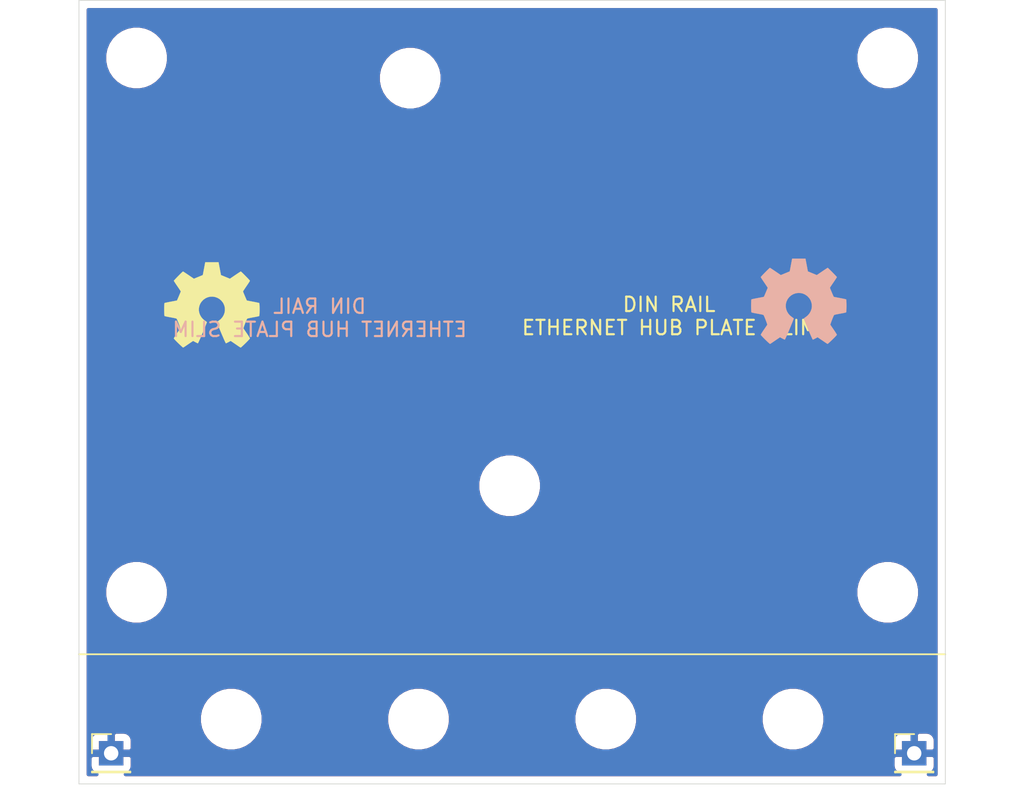
<source format=kicad_pcb>
(kicad_pcb (version 20171130) (host pcbnew 5.1.5+dfsg1-2build2)

  (general
    (thickness 1.6)
    (drawings 7)
    (tracks 0)
    (zones 0)
    (modules 14)
    (nets 2)
  )

  (page A4)
  (layers
    (0 F.Cu signal)
    (31 B.Cu signal)
    (32 B.Adhes user)
    (33 F.Adhes user)
    (34 B.Paste user)
    (35 F.Paste user)
    (36 B.SilkS user)
    (37 F.SilkS user)
    (38 B.Mask user)
    (39 F.Mask user)
    (40 Dwgs.User user)
    (41 Cmts.User user)
    (42 Eco1.User user)
    (43 Eco2.User user)
    (44 Edge.Cuts user)
    (45 Margin user)
    (46 B.CrtYd user)
    (47 F.CrtYd user)
    (48 B.Fab user)
    (49 F.Fab user)
  )

  (setup
    (last_trace_width 0.25)
    (trace_clearance 0.2)
    (zone_clearance 0.508)
    (zone_45_only no)
    (trace_min 0.2)
    (via_size 0.8)
    (via_drill 0.4)
    (via_min_size 0.4)
    (via_min_drill 0.3)
    (uvia_size 0.3)
    (uvia_drill 0.1)
    (uvias_allowed no)
    (uvia_min_size 0.2)
    (uvia_min_drill 0.1)
    (edge_width 0.05)
    (segment_width 0.2)
    (pcb_text_width 0.3)
    (pcb_text_size 1.5 1.5)
    (mod_edge_width 0.12)
    (mod_text_size 1 1)
    (mod_text_width 0.15)
    (pad_size 1.524 1.524)
    (pad_drill 0.762)
    (pad_to_mask_clearance 0.051)
    (solder_mask_min_width 0.25)
    (aux_axis_origin 0 0)
    (visible_elements FFFFFF7F)
    (pcbplotparams
      (layerselection 0x010f0_ffffffff)
      (usegerberextensions false)
      (usegerberattributes false)
      (usegerberadvancedattributes false)
      (creategerberjobfile false)
      (excludeedgelayer false)
      (linewidth 0.100000)
      (plotframeref false)
      (viasonmask false)
      (mode 1)
      (useauxorigin false)
      (hpglpennumber 1)
      (hpglpenspeed 20)
      (hpglpendiameter 15.000000)
      (psnegative false)
      (psa4output false)
      (plotreference true)
      (plotvalue true)
      (plotinvisibletext false)
      (padsonsilk false)
      (subtractmaskfromsilk false)
      (outputformat 1)
      (mirror false)
      (drillshape 0)
      (scaleselection 1)
      (outputdirectory "gerber/single/"))
  )

  (net 0 "")
  (net 1 "Net-(J1-Pad1)")

  (net_class Default "This is the default net class."
    (clearance 0.2)
    (trace_width 0.25)
    (via_dia 0.8)
    (via_drill 0.4)
    (uvia_dia 0.3)
    (uvia_drill 0.1)
    (add_net "Net-(J1-Pad1)")
  )

  (module Symbol:OSHW-Symbol_6.7x6mm_SilkScreen (layer B.Cu) (tedit 0) (tstamp 613980B7)
    (at 149.987 120.904 180)
    (descr "Open Source Hardware Symbol")
    (tags "Logo Symbol OSHW")
    (attr virtual)
    (fp_text reference REF** (at 0 0) (layer B.SilkS) hide
      (effects (font (size 1 1) (thickness 0.15)) (justify mirror))
    )
    (fp_text value OSHW-Symbol_6.7x6mm_SilkScreen (at 0.75 0) (layer B.Fab) hide
      (effects (font (size 1 1) (thickness 0.15)) (justify mirror))
    )
    (fp_poly (pts (xy 0.555814 2.531069) (xy 0.639635 2.086445) (xy 0.94892 1.958947) (xy 1.258206 1.831449)
      (xy 1.629246 2.083754) (xy 1.733157 2.154004) (xy 1.827087 2.216728) (xy 1.906652 2.269062)
      (xy 1.96747 2.308143) (xy 2.005157 2.331107) (xy 2.015421 2.336058) (xy 2.03391 2.323324)
      (xy 2.07342 2.288118) (xy 2.129522 2.234938) (xy 2.197787 2.168282) (xy 2.273786 2.092646)
      (xy 2.353092 2.012528) (xy 2.431275 1.932426) (xy 2.503907 1.856836) (xy 2.566559 1.790255)
      (xy 2.614803 1.737182) (xy 2.64421 1.702113) (xy 2.651241 1.690377) (xy 2.641123 1.66874)
      (xy 2.612759 1.621338) (xy 2.569129 1.552807) (xy 2.513218 1.467785) (xy 2.448006 1.370907)
      (xy 2.410219 1.31565) (xy 2.341343 1.214752) (xy 2.28014 1.123701) (xy 2.229578 1.04703)
      (xy 2.192628 0.989272) (xy 2.172258 0.954957) (xy 2.169197 0.947746) (xy 2.176136 0.927252)
      (xy 2.195051 0.879487) (xy 2.223087 0.811168) (xy 2.257391 0.729011) (xy 2.295109 0.63973)
      (xy 2.333387 0.550042) (xy 2.36937 0.466662) (xy 2.400206 0.396306) (xy 2.423039 0.34569)
      (xy 2.435017 0.321529) (xy 2.435724 0.320578) (xy 2.454531 0.315964) (xy 2.504618 0.305672)
      (xy 2.580793 0.290713) (xy 2.677865 0.272099) (xy 2.790643 0.250841) (xy 2.856442 0.238582)
      (xy 2.97695 0.215638) (xy 3.085797 0.193805) (xy 3.177476 0.174278) (xy 3.246481 0.158252)
      (xy 3.287304 0.146921) (xy 3.295511 0.143326) (xy 3.303548 0.118994) (xy 3.310033 0.064041)
      (xy 3.31497 -0.015108) (xy 3.318364 -0.112026) (xy 3.320218 -0.220287) (xy 3.320538 -0.333465)
      (xy 3.319327 -0.445135) (xy 3.31659 -0.548868) (xy 3.312331 -0.638241) (xy 3.306555 -0.706826)
      (xy 3.299267 -0.748197) (xy 3.294895 -0.75681) (xy 3.268764 -0.767133) (xy 3.213393 -0.781892)
      (xy 3.136107 -0.799352) (xy 3.04423 -0.81778) (xy 3.012158 -0.823741) (xy 2.857524 -0.852066)
      (xy 2.735375 -0.874876) (xy 2.641673 -0.89308) (xy 2.572384 -0.907583) (xy 2.523471 -0.919292)
      (xy 2.490897 -0.929115) (xy 2.470628 -0.937956) (xy 2.458626 -0.946724) (xy 2.456947 -0.948457)
      (xy 2.440184 -0.976371) (xy 2.414614 -1.030695) (xy 2.382788 -1.104777) (xy 2.34726 -1.191965)
      (xy 2.310583 -1.285608) (xy 2.275311 -1.379052) (xy 2.243996 -1.465647) (xy 2.219193 -1.53874)
      (xy 2.203454 -1.591678) (xy 2.199332 -1.617811) (xy 2.199676 -1.618726) (xy 2.213641 -1.640086)
      (xy 2.245322 -1.687084) (xy 2.291391 -1.754827) (xy 2.348518 -1.838423) (xy 2.413373 -1.932982)
      (xy 2.431843 -1.959854) (xy 2.497699 -2.057275) (xy 2.55565 -2.146163) (xy 2.602538 -2.221412)
      (xy 2.635207 -2.27792) (xy 2.6505 -2.310581) (xy 2.651241 -2.314593) (xy 2.638392 -2.335684)
      (xy 2.602888 -2.377464) (xy 2.549293 -2.435445) (xy 2.482171 -2.505135) (xy 2.406087 -2.582045)
      (xy 2.325604 -2.661683) (xy 2.245287 -2.739561) (xy 2.169699 -2.811186) (xy 2.103405 -2.87207)
      (xy 2.050969 -2.917721) (xy 2.016955 -2.94365) (xy 2.007545 -2.947883) (xy 1.985643 -2.937912)
      (xy 1.9408 -2.91102) (xy 1.880321 -2.871736) (xy 1.833789 -2.840117) (xy 1.749475 -2.782098)
      (xy 1.649626 -2.713784) (xy 1.549473 -2.645579) (xy 1.495627 -2.609075) (xy 1.313371 -2.4858)
      (xy 1.160381 -2.56852) (xy 1.090682 -2.604759) (xy 1.031414 -2.632926) (xy 0.991311 -2.648991)
      (xy 0.981103 -2.651226) (xy 0.968829 -2.634722) (xy 0.944613 -2.588082) (xy 0.910263 -2.515609)
      (xy 0.867588 -2.421606) (xy 0.818394 -2.310374) (xy 0.76449 -2.186215) (xy 0.707684 -2.053432)
      (xy 0.649782 -1.916327) (xy 0.592593 -1.779202) (xy 0.537924 -1.646358) (xy 0.487584 -1.522098)
      (xy 0.44338 -1.410725) (xy 0.407119 -1.316539) (xy 0.380609 -1.243844) (xy 0.365658 -1.196941)
      (xy 0.363254 -1.180833) (xy 0.382311 -1.160286) (xy 0.424036 -1.126933) (xy 0.479706 -1.087702)
      (xy 0.484378 -1.084599) (xy 0.628264 -0.969423) (xy 0.744283 -0.835053) (xy 0.83143 -0.685784)
      (xy 0.888699 -0.525913) (xy 0.915086 -0.359737) (xy 0.909585 -0.191552) (xy 0.87119 -0.025655)
      (xy 0.798895 0.133658) (xy 0.777626 0.168513) (xy 0.666996 0.309263) (xy 0.536302 0.422286)
      (xy 0.390064 0.506997) (xy 0.232808 0.562806) (xy 0.069057 0.589126) (xy -0.096667 0.58537)
      (xy -0.259838 0.55095) (xy -0.415935 0.485277) (xy -0.560433 0.387765) (xy -0.605131 0.348187)
      (xy -0.718888 0.224297) (xy -0.801782 0.093876) (xy -0.858644 -0.052315) (xy -0.890313 -0.197088)
      (xy -0.898131 -0.35986) (xy -0.872062 -0.52344) (xy -0.814755 -0.682298) (xy -0.728856 -0.830906)
      (xy -0.617014 -0.963735) (xy -0.481877 -1.075256) (xy -0.464117 -1.087011) (xy -0.40785 -1.125508)
      (xy -0.365077 -1.158863) (xy -0.344628 -1.18016) (xy -0.344331 -1.180833) (xy -0.348721 -1.203871)
      (xy -0.366124 -1.256157) (xy -0.394732 -1.33339) (xy -0.432735 -1.431268) (xy -0.478326 -1.545491)
      (xy -0.529697 -1.671758) (xy -0.585038 -1.805767) (xy -0.642542 -1.943218) (xy -0.700399 -2.079808)
      (xy -0.756802 -2.211237) (xy -0.809942 -2.333205) (xy -0.85801 -2.441409) (xy -0.899199 -2.531549)
      (xy -0.931699 -2.599323) (xy -0.953703 -2.64043) (xy -0.962564 -2.651226) (xy -0.98964 -2.642819)
      (xy -1.040303 -2.620272) (xy -1.105817 -2.587613) (xy -1.141841 -2.56852) (xy -1.294832 -2.4858)
      (xy -1.477088 -2.609075) (xy -1.570125 -2.672228) (xy -1.671985 -2.741727) (xy -1.767438 -2.807165)
      (xy -1.81525 -2.840117) (xy -1.882495 -2.885273) (xy -1.939436 -2.921057) (xy -1.978646 -2.942938)
      (xy -1.991381 -2.947563) (xy -2.009917 -2.935085) (xy -2.050941 -2.900252) (xy -2.110475 -2.846678)
      (xy -2.184542 -2.777983) (xy -2.269165 -2.697781) (xy -2.322685 -2.646286) (xy -2.416319 -2.554286)
      (xy -2.497241 -2.471999) (xy -2.562177 -2.402945) (xy -2.607858 -2.350644) (xy -2.631011 -2.318616)
      (xy -2.633232 -2.312116) (xy -2.622924 -2.287394) (xy -2.594439 -2.237405) (xy -2.550937 -2.167212)
      (xy -2.495577 -2.081875) (xy -2.43152 -1.986456) (xy -2.413303 -1.959854) (xy -2.346927 -1.863167)
      (xy -2.287378 -1.776117) (xy -2.237984 -1.703595) (xy -2.202075 -1.650493) (xy -2.182981 -1.621703)
      (xy -2.181136 -1.618726) (xy -2.183895 -1.595782) (xy -2.198538 -1.545336) (xy -2.222513 -1.474041)
      (xy -2.253266 -1.388547) (xy -2.288244 -1.295507) (xy -2.324893 -1.201574) (xy -2.360661 -1.113399)
      (xy -2.392994 -1.037634) (xy -2.419338 -0.980931) (xy -2.437142 -0.949943) (xy -2.438407 -0.948457)
      (xy -2.449294 -0.939601) (xy -2.467682 -0.930843) (xy -2.497606 -0.921277) (xy -2.543103 -0.909996)
      (xy -2.608209 -0.896093) (xy -2.696961 -0.878663) (xy -2.813393 -0.856798) (xy -2.961542 -0.829591)
      (xy -2.993618 -0.823741) (xy -3.088686 -0.805374) (xy -3.171565 -0.787405) (xy -3.23493 -0.771569)
      (xy -3.271458 -0.7596) (xy -3.276356 -0.75681) (xy -3.284427 -0.732072) (xy -3.290987 -0.67679)
      (xy -3.296033 -0.597389) (xy -3.299559 -0.500296) (xy -3.301561 -0.391938) (xy -3.302036 -0.27874)
      (xy -3.300977 -0.167128) (xy -3.298382 -0.063529) (xy -3.294246 0.025632) (xy -3.288563 0.093928)
      (xy -3.281331 0.134934) (xy -3.276971 0.143326) (xy -3.252698 0.151792) (xy -3.197426 0.165565)
      (xy -3.116662 0.18345) (xy -3.015912 0.204252) (xy -2.900683 0.226777) (xy -2.837902 0.238582)
      (xy -2.718787 0.260849) (xy -2.612565 0.281021) (xy -2.524427 0.298085) (xy -2.459566 0.311031)
      (xy -2.423174 0.318845) (xy -2.417184 0.320578) (xy -2.407061 0.34011) (xy -2.385662 0.387157)
      (xy -2.355839 0.454997) (xy -2.320445 0.536909) (xy -2.282332 0.626172) (xy -2.244353 0.716065)
      (xy -2.20936 0.799865) (xy -2.180206 0.870853) (xy -2.159743 0.922306) (xy -2.150823 0.947503)
      (xy -2.150657 0.948604) (xy -2.160769 0.968481) (xy -2.189117 1.014223) (xy -2.232723 1.081283)
      (xy -2.288606 1.165116) (xy -2.353787 1.261174) (xy -2.391679 1.31635) (xy -2.460725 1.417519)
      (xy -2.52205 1.50937) (xy -2.572663 1.587256) (xy -2.609571 1.646531) (xy -2.629782 1.682549)
      (xy -2.632701 1.690623) (xy -2.620153 1.709416) (xy -2.585463 1.749543) (xy -2.533063 1.806507)
      (xy -2.467384 1.875815) (xy -2.392856 1.952969) (xy -2.313913 2.033475) (xy -2.234983 2.112837)
      (xy -2.1605 2.18656) (xy -2.094894 2.250148) (xy -2.042596 2.299106) (xy -2.008039 2.328939)
      (xy -1.996478 2.336058) (xy -1.977654 2.326047) (xy -1.932631 2.297922) (xy -1.865787 2.254546)
      (xy -1.781499 2.198782) (xy -1.684144 2.133494) (xy -1.610707 2.083754) (xy -1.239667 1.831449)
      (xy -0.621095 2.086445) (xy -0.537275 2.531069) (xy -0.453454 2.975693) (xy 0.471994 2.975693)
      (xy 0.555814 2.531069)) (layer B.SilkS) (width 0.01))
  )

  (module Connector_PinHeader_2.54mm:PinHeader_1x01_P2.54mm_Vertical (layer F.Cu) (tedit 59FED5CC) (tstamp 61397F50)
    (at 157.988 152.273)
    (descr "Through hole straight pin header, 1x01, 2.54mm pitch, single row")
    (tags "Through hole pin header THT 1x01 2.54mm single row")
    (path /61397EE7)
    (fp_text reference J2 (at 0 -2.33) (layer F.SilkS) hide
      (effects (font (size 1 1) (thickness 0.15)))
    )
    (fp_text value Conn_01x01_Male (at 0 2.33) (layer F.Fab)
      (effects (font (size 1 1) (thickness 0.15)))
    )
    (fp_text user %R (at 0 0 90) (layer F.Fab)
      (effects (font (size 1 1) (thickness 0.15)))
    )
    (fp_line (start 1.8 -1.8) (end -1.8 -1.8) (layer F.CrtYd) (width 0.05))
    (fp_line (start 1.8 1.8) (end 1.8 -1.8) (layer F.CrtYd) (width 0.05))
    (fp_line (start -1.8 1.8) (end 1.8 1.8) (layer F.CrtYd) (width 0.05))
    (fp_line (start -1.8 -1.8) (end -1.8 1.8) (layer F.CrtYd) (width 0.05))
    (fp_line (start -1.33 -1.33) (end 0 -1.33) (layer F.SilkS) (width 0.12))
    (fp_line (start -1.33 0) (end -1.33 -1.33) (layer F.SilkS) (width 0.12))
    (fp_line (start -1.33 1.27) (end 1.33 1.27) (layer F.SilkS) (width 0.12))
    (fp_line (start 1.33 1.27) (end 1.33 1.33) (layer F.SilkS) (width 0.12))
    (fp_line (start -1.33 1.27) (end -1.33 1.33) (layer F.SilkS) (width 0.12))
    (fp_line (start -1.33 1.33) (end 1.33 1.33) (layer F.SilkS) (width 0.12))
    (fp_line (start -1.27 -0.635) (end -0.635 -1.27) (layer F.Fab) (width 0.1))
    (fp_line (start -1.27 1.27) (end -1.27 -0.635) (layer F.Fab) (width 0.1))
    (fp_line (start 1.27 1.27) (end -1.27 1.27) (layer F.Fab) (width 0.1))
    (fp_line (start 1.27 -1.27) (end 1.27 1.27) (layer F.Fab) (width 0.1))
    (fp_line (start -0.635 -1.27) (end 1.27 -1.27) (layer F.Fab) (width 0.1))
    (pad 1 thru_hole rect (at 0 0) (size 1.7 1.7) (drill 1) (layers *.Cu *.Mask)
      (net 1 "Net-(J1-Pad1)"))
    (model ${KISYS3DMOD}/Connector_PinHeader_2.54mm.3dshapes/PinHeader_1x01_P2.54mm_Vertical.wrl
      (at (xyz 0 0 0))
      (scale (xyz 1 1 1))
      (rotate (xyz 0 0 0))
    )
  )

  (module Connector_PinHeader_2.54mm:PinHeader_1x01_P2.54mm_Vertical (layer F.Cu) (tedit 59FED5CC) (tstamp 61397F3B)
    (at 102.235 152.273)
    (descr "Through hole straight pin header, 1x01, 2.54mm pitch, single row")
    (tags "Through hole pin header THT 1x01 2.54mm single row")
    (path /61397CC5)
    (fp_text reference J1 (at 0 -2.33) (layer F.SilkS) hide
      (effects (font (size 1 1) (thickness 0.15)))
    )
    (fp_text value Conn_01x01_Male (at 0 2.33) (layer F.Fab)
      (effects (font (size 1 1) (thickness 0.15)))
    )
    (fp_text user %R (at 0 0 90) (layer F.Fab)
      (effects (font (size 1 1) (thickness 0.15)))
    )
    (fp_line (start 1.8 -1.8) (end -1.8 -1.8) (layer F.CrtYd) (width 0.05))
    (fp_line (start 1.8 1.8) (end 1.8 -1.8) (layer F.CrtYd) (width 0.05))
    (fp_line (start -1.8 1.8) (end 1.8 1.8) (layer F.CrtYd) (width 0.05))
    (fp_line (start -1.8 -1.8) (end -1.8 1.8) (layer F.CrtYd) (width 0.05))
    (fp_line (start -1.33 -1.33) (end 0 -1.33) (layer F.SilkS) (width 0.12))
    (fp_line (start -1.33 0) (end -1.33 -1.33) (layer F.SilkS) (width 0.12))
    (fp_line (start -1.33 1.27) (end 1.33 1.27) (layer F.SilkS) (width 0.12))
    (fp_line (start 1.33 1.27) (end 1.33 1.33) (layer F.SilkS) (width 0.12))
    (fp_line (start -1.33 1.27) (end -1.33 1.33) (layer F.SilkS) (width 0.12))
    (fp_line (start -1.33 1.33) (end 1.33 1.33) (layer F.SilkS) (width 0.12))
    (fp_line (start -1.27 -0.635) (end -0.635 -1.27) (layer F.Fab) (width 0.1))
    (fp_line (start -1.27 1.27) (end -1.27 -0.635) (layer F.Fab) (width 0.1))
    (fp_line (start 1.27 1.27) (end -1.27 1.27) (layer F.Fab) (width 0.1))
    (fp_line (start 1.27 -1.27) (end 1.27 1.27) (layer F.Fab) (width 0.1))
    (fp_line (start -0.635 -1.27) (end 1.27 -1.27) (layer F.Fab) (width 0.1))
    (pad 1 thru_hole rect (at 0 0) (size 1.7 1.7) (drill 1) (layers *.Cu *.Mask)
      (net 1 "Net-(J1-Pad1)"))
    (model ${KISYS3DMOD}/Connector_PinHeader_2.54mm.3dshapes/PinHeader_1x01_P2.54mm_Vertical.wrl
      (at (xyz 0 0 0))
      (scale (xyz 1 1 1))
      (rotate (xyz 0 0 0))
    )
  )

  (module Symbol:OSHW-Symbol_6.7x6mm_SilkScreen (layer F.Cu) (tedit 0) (tstamp 61397CBB)
    (at 109.22 121.158)
    (descr "Open Source Hardware Symbol")
    (tags "Logo Symbol OSHW")
    (attr virtual)
    (fp_text reference REF** (at 0 0) (layer F.SilkS) hide
      (effects (font (size 1 1) (thickness 0.15)))
    )
    (fp_text value OSHW-Symbol_6.7x6mm_SilkScreen (at 0.75 0) (layer F.Fab) hide
      (effects (font (size 1 1) (thickness 0.15)))
    )
    (fp_poly (pts (xy 0.555814 -2.531069) (xy 0.639635 -2.086445) (xy 0.94892 -1.958947) (xy 1.258206 -1.831449)
      (xy 1.629246 -2.083754) (xy 1.733157 -2.154004) (xy 1.827087 -2.216728) (xy 1.906652 -2.269062)
      (xy 1.96747 -2.308143) (xy 2.005157 -2.331107) (xy 2.015421 -2.336058) (xy 2.03391 -2.323324)
      (xy 2.07342 -2.288118) (xy 2.129522 -2.234938) (xy 2.197787 -2.168282) (xy 2.273786 -2.092646)
      (xy 2.353092 -2.012528) (xy 2.431275 -1.932426) (xy 2.503907 -1.856836) (xy 2.566559 -1.790255)
      (xy 2.614803 -1.737182) (xy 2.64421 -1.702113) (xy 2.651241 -1.690377) (xy 2.641123 -1.66874)
      (xy 2.612759 -1.621338) (xy 2.569129 -1.552807) (xy 2.513218 -1.467785) (xy 2.448006 -1.370907)
      (xy 2.410219 -1.31565) (xy 2.341343 -1.214752) (xy 2.28014 -1.123701) (xy 2.229578 -1.04703)
      (xy 2.192628 -0.989272) (xy 2.172258 -0.954957) (xy 2.169197 -0.947746) (xy 2.176136 -0.927252)
      (xy 2.195051 -0.879487) (xy 2.223087 -0.811168) (xy 2.257391 -0.729011) (xy 2.295109 -0.63973)
      (xy 2.333387 -0.550042) (xy 2.36937 -0.466662) (xy 2.400206 -0.396306) (xy 2.423039 -0.34569)
      (xy 2.435017 -0.321529) (xy 2.435724 -0.320578) (xy 2.454531 -0.315964) (xy 2.504618 -0.305672)
      (xy 2.580793 -0.290713) (xy 2.677865 -0.272099) (xy 2.790643 -0.250841) (xy 2.856442 -0.238582)
      (xy 2.97695 -0.215638) (xy 3.085797 -0.193805) (xy 3.177476 -0.174278) (xy 3.246481 -0.158252)
      (xy 3.287304 -0.146921) (xy 3.295511 -0.143326) (xy 3.303548 -0.118994) (xy 3.310033 -0.064041)
      (xy 3.31497 0.015108) (xy 3.318364 0.112026) (xy 3.320218 0.220287) (xy 3.320538 0.333465)
      (xy 3.319327 0.445135) (xy 3.31659 0.548868) (xy 3.312331 0.638241) (xy 3.306555 0.706826)
      (xy 3.299267 0.748197) (xy 3.294895 0.75681) (xy 3.268764 0.767133) (xy 3.213393 0.781892)
      (xy 3.136107 0.799352) (xy 3.04423 0.81778) (xy 3.012158 0.823741) (xy 2.857524 0.852066)
      (xy 2.735375 0.874876) (xy 2.641673 0.89308) (xy 2.572384 0.907583) (xy 2.523471 0.919292)
      (xy 2.490897 0.929115) (xy 2.470628 0.937956) (xy 2.458626 0.946724) (xy 2.456947 0.948457)
      (xy 2.440184 0.976371) (xy 2.414614 1.030695) (xy 2.382788 1.104777) (xy 2.34726 1.191965)
      (xy 2.310583 1.285608) (xy 2.275311 1.379052) (xy 2.243996 1.465647) (xy 2.219193 1.53874)
      (xy 2.203454 1.591678) (xy 2.199332 1.617811) (xy 2.199676 1.618726) (xy 2.213641 1.640086)
      (xy 2.245322 1.687084) (xy 2.291391 1.754827) (xy 2.348518 1.838423) (xy 2.413373 1.932982)
      (xy 2.431843 1.959854) (xy 2.497699 2.057275) (xy 2.55565 2.146163) (xy 2.602538 2.221412)
      (xy 2.635207 2.27792) (xy 2.6505 2.310581) (xy 2.651241 2.314593) (xy 2.638392 2.335684)
      (xy 2.602888 2.377464) (xy 2.549293 2.435445) (xy 2.482171 2.505135) (xy 2.406087 2.582045)
      (xy 2.325604 2.661683) (xy 2.245287 2.739561) (xy 2.169699 2.811186) (xy 2.103405 2.87207)
      (xy 2.050969 2.917721) (xy 2.016955 2.94365) (xy 2.007545 2.947883) (xy 1.985643 2.937912)
      (xy 1.9408 2.91102) (xy 1.880321 2.871736) (xy 1.833789 2.840117) (xy 1.749475 2.782098)
      (xy 1.649626 2.713784) (xy 1.549473 2.645579) (xy 1.495627 2.609075) (xy 1.313371 2.4858)
      (xy 1.160381 2.56852) (xy 1.090682 2.604759) (xy 1.031414 2.632926) (xy 0.991311 2.648991)
      (xy 0.981103 2.651226) (xy 0.968829 2.634722) (xy 0.944613 2.588082) (xy 0.910263 2.515609)
      (xy 0.867588 2.421606) (xy 0.818394 2.310374) (xy 0.76449 2.186215) (xy 0.707684 2.053432)
      (xy 0.649782 1.916327) (xy 0.592593 1.779202) (xy 0.537924 1.646358) (xy 0.487584 1.522098)
      (xy 0.44338 1.410725) (xy 0.407119 1.316539) (xy 0.380609 1.243844) (xy 0.365658 1.196941)
      (xy 0.363254 1.180833) (xy 0.382311 1.160286) (xy 0.424036 1.126933) (xy 0.479706 1.087702)
      (xy 0.484378 1.084599) (xy 0.628264 0.969423) (xy 0.744283 0.835053) (xy 0.83143 0.685784)
      (xy 0.888699 0.525913) (xy 0.915086 0.359737) (xy 0.909585 0.191552) (xy 0.87119 0.025655)
      (xy 0.798895 -0.133658) (xy 0.777626 -0.168513) (xy 0.666996 -0.309263) (xy 0.536302 -0.422286)
      (xy 0.390064 -0.506997) (xy 0.232808 -0.562806) (xy 0.069057 -0.589126) (xy -0.096667 -0.58537)
      (xy -0.259838 -0.55095) (xy -0.415935 -0.485277) (xy -0.560433 -0.387765) (xy -0.605131 -0.348187)
      (xy -0.718888 -0.224297) (xy -0.801782 -0.093876) (xy -0.858644 0.052315) (xy -0.890313 0.197088)
      (xy -0.898131 0.35986) (xy -0.872062 0.52344) (xy -0.814755 0.682298) (xy -0.728856 0.830906)
      (xy -0.617014 0.963735) (xy -0.481877 1.075256) (xy -0.464117 1.087011) (xy -0.40785 1.125508)
      (xy -0.365077 1.158863) (xy -0.344628 1.18016) (xy -0.344331 1.180833) (xy -0.348721 1.203871)
      (xy -0.366124 1.256157) (xy -0.394732 1.33339) (xy -0.432735 1.431268) (xy -0.478326 1.545491)
      (xy -0.529697 1.671758) (xy -0.585038 1.805767) (xy -0.642542 1.943218) (xy -0.700399 2.079808)
      (xy -0.756802 2.211237) (xy -0.809942 2.333205) (xy -0.85801 2.441409) (xy -0.899199 2.531549)
      (xy -0.931699 2.599323) (xy -0.953703 2.64043) (xy -0.962564 2.651226) (xy -0.98964 2.642819)
      (xy -1.040303 2.620272) (xy -1.105817 2.587613) (xy -1.141841 2.56852) (xy -1.294832 2.4858)
      (xy -1.477088 2.609075) (xy -1.570125 2.672228) (xy -1.671985 2.741727) (xy -1.767438 2.807165)
      (xy -1.81525 2.840117) (xy -1.882495 2.885273) (xy -1.939436 2.921057) (xy -1.978646 2.942938)
      (xy -1.991381 2.947563) (xy -2.009917 2.935085) (xy -2.050941 2.900252) (xy -2.110475 2.846678)
      (xy -2.184542 2.777983) (xy -2.269165 2.697781) (xy -2.322685 2.646286) (xy -2.416319 2.554286)
      (xy -2.497241 2.471999) (xy -2.562177 2.402945) (xy -2.607858 2.350644) (xy -2.631011 2.318616)
      (xy -2.633232 2.312116) (xy -2.622924 2.287394) (xy -2.594439 2.237405) (xy -2.550937 2.167212)
      (xy -2.495577 2.081875) (xy -2.43152 1.986456) (xy -2.413303 1.959854) (xy -2.346927 1.863167)
      (xy -2.287378 1.776117) (xy -2.237984 1.703595) (xy -2.202075 1.650493) (xy -2.182981 1.621703)
      (xy -2.181136 1.618726) (xy -2.183895 1.595782) (xy -2.198538 1.545336) (xy -2.222513 1.474041)
      (xy -2.253266 1.388547) (xy -2.288244 1.295507) (xy -2.324893 1.201574) (xy -2.360661 1.113399)
      (xy -2.392994 1.037634) (xy -2.419338 0.980931) (xy -2.437142 0.949943) (xy -2.438407 0.948457)
      (xy -2.449294 0.939601) (xy -2.467682 0.930843) (xy -2.497606 0.921277) (xy -2.543103 0.909996)
      (xy -2.608209 0.896093) (xy -2.696961 0.878663) (xy -2.813393 0.856798) (xy -2.961542 0.829591)
      (xy -2.993618 0.823741) (xy -3.088686 0.805374) (xy -3.171565 0.787405) (xy -3.23493 0.771569)
      (xy -3.271458 0.7596) (xy -3.276356 0.75681) (xy -3.284427 0.732072) (xy -3.290987 0.67679)
      (xy -3.296033 0.597389) (xy -3.299559 0.500296) (xy -3.301561 0.391938) (xy -3.302036 0.27874)
      (xy -3.300977 0.167128) (xy -3.298382 0.063529) (xy -3.294246 -0.025632) (xy -3.288563 -0.093928)
      (xy -3.281331 -0.134934) (xy -3.276971 -0.143326) (xy -3.252698 -0.151792) (xy -3.197426 -0.165565)
      (xy -3.116662 -0.18345) (xy -3.015912 -0.204252) (xy -2.900683 -0.226777) (xy -2.837902 -0.238582)
      (xy -2.718787 -0.260849) (xy -2.612565 -0.281021) (xy -2.524427 -0.298085) (xy -2.459566 -0.311031)
      (xy -2.423174 -0.318845) (xy -2.417184 -0.320578) (xy -2.407061 -0.34011) (xy -2.385662 -0.387157)
      (xy -2.355839 -0.454997) (xy -2.320445 -0.536909) (xy -2.282332 -0.626172) (xy -2.244353 -0.716065)
      (xy -2.20936 -0.799865) (xy -2.180206 -0.870853) (xy -2.159743 -0.922306) (xy -2.150823 -0.947503)
      (xy -2.150657 -0.948604) (xy -2.160769 -0.968481) (xy -2.189117 -1.014223) (xy -2.232723 -1.081283)
      (xy -2.288606 -1.165116) (xy -2.353787 -1.261174) (xy -2.391679 -1.31635) (xy -2.460725 -1.417519)
      (xy -2.52205 -1.50937) (xy -2.572663 -1.587256) (xy -2.609571 -1.646531) (xy -2.629782 -1.682549)
      (xy -2.632701 -1.690623) (xy -2.620153 -1.709416) (xy -2.585463 -1.749543) (xy -2.533063 -1.806507)
      (xy -2.467384 -1.875815) (xy -2.392856 -1.952969) (xy -2.313913 -2.033475) (xy -2.234983 -2.112837)
      (xy -2.1605 -2.18656) (xy -2.094894 -2.250148) (xy -2.042596 -2.299106) (xy -2.008039 -2.328939)
      (xy -1.996478 -2.336058) (xy -1.977654 -2.326047) (xy -1.932631 -2.297922) (xy -1.865787 -2.254546)
      (xy -1.781499 -2.198782) (xy -1.684144 -2.133494) (xy -1.610707 -2.083754) (xy -1.239667 -1.831449)
      (xy -0.621095 -2.086445) (xy -0.537275 -2.531069) (xy -0.453454 -2.975693) (xy 0.471994 -2.975693)
      (xy 0.555814 -2.531069)) (layer F.SilkS) (width 0.01))
  )

  (module MountingHole:MountingHole_3.2mm_M3 (layer F.Cu) (tedit 56D1B4CB) (tstamp 613979F1)
    (at 110.575 149.9)
    (descr "Mounting Hole 3.2mm, no annular, M3")
    (tags "mounting hole 3.2mm no annular m3")
    (attr virtual)
    (fp_text reference REF** (at 0 -4.2) (layer F.SilkS) hide
      (effects (font (size 1 1) (thickness 0.15)))
    )
    (fp_text value MountingHole_3.2mm_M3 (at 0 4.2) (layer F.Fab)
      (effects (font (size 1 1) (thickness 0.15)))
    )
    (fp_circle (center 0 0) (end 3.45 0) (layer F.CrtYd) (width 0.05))
    (fp_circle (center 0 0) (end 3.2 0) (layer Cmts.User) (width 0.15))
    (fp_text user %R (at 0.3 0) (layer F.Fab)
      (effects (font (size 1 1) (thickness 0.15)))
    )
    (pad 1 np_thru_hole circle (at 0 0) (size 3.2 3.2) (drill 3.2) (layers *.Cu *.Mask))
  )

  (module MountingHole:MountingHole_3.2mm_M3 (layer F.Cu) (tedit 56D1B4CB) (tstamp 613979D3)
    (at 149.575 149.9)
    (descr "Mounting Hole 3.2mm, no annular, M3")
    (tags "mounting hole 3.2mm no annular m3")
    (attr virtual)
    (fp_text reference REF** (at 0 -4.2) (layer F.SilkS) hide
      (effects (font (size 1 1) (thickness 0.15)))
    )
    (fp_text value MountingHole_3.2mm_M3 (at 0 4.2) (layer F.Fab)
      (effects (font (size 1 1) (thickness 0.15)))
    )
    (fp_circle (center 0 0) (end 3.45 0) (layer F.CrtYd) (width 0.05))
    (fp_circle (center 0 0) (end 3.2 0) (layer Cmts.User) (width 0.15))
    (fp_text user %R (at 0.3 0) (layer F.Fab)
      (effects (font (size 1 1) (thickness 0.15)))
    )
    (pad 1 np_thru_hole circle (at 0 0) (size 3.2 3.2) (drill 3.2) (layers *.Cu *.Mask))
  )

  (module MountingHole:MountingHole_3.2mm_M3 (layer F.Cu) (tedit 56D1B4CB) (tstamp 613978D2)
    (at 136.575 149.9)
    (descr "Mounting Hole 3.2mm, no annular, M3")
    (tags "mounting hole 3.2mm no annular m3")
    (attr virtual)
    (fp_text reference REF** (at 0 -4.2) (layer F.SilkS) hide
      (effects (font (size 1 1) (thickness 0.15)))
    )
    (fp_text value MountingHole_3.2mm_M3 (at 0 4.2) (layer F.Fab)
      (effects (font (size 1 1) (thickness 0.15)))
    )
    (fp_circle (center 0 0) (end 3.45 0) (layer F.CrtYd) (width 0.05))
    (fp_circle (center 0 0) (end 3.2 0) (layer Cmts.User) (width 0.15))
    (fp_text user %R (at 0.3 0) (layer F.Fab)
      (effects (font (size 1 1) (thickness 0.15)))
    )
    (pad 1 np_thru_hole circle (at 0 0) (size 3.2 3.2) (drill 3.2) (layers *.Cu *.Mask))
  )

  (module MountingHole:MountingHole_3.2mm_M3 (layer F.Cu) (tedit 56D1B4CB) (tstamp 613978BC)
    (at 123.575 149.9)
    (descr "Mounting Hole 3.2mm, no annular, M3")
    (tags "mounting hole 3.2mm no annular m3")
    (attr virtual)
    (fp_text reference REF** (at 0 -4.2) (layer F.SilkS) hide
      (effects (font (size 1 1) (thickness 0.15)))
    )
    (fp_text value MountingHole_3.2mm_M3 (at 0 4.2) (layer F.Fab)
      (effects (font (size 1 1) (thickness 0.15)))
    )
    (fp_circle (center 0 0) (end 3.45 0) (layer F.CrtYd) (width 0.05))
    (fp_circle (center 0 0) (end 3.2 0) (layer Cmts.User) (width 0.15))
    (fp_text user %R (at 0.3 0) (layer F.Fab)
      (effects (font (size 1 1) (thickness 0.15)))
    )
    (pad 1 np_thru_hole circle (at 0 0) (size 3.2 3.2) (drill 3.2) (layers *.Cu *.Mask))
  )

  (module MountingHole:MountingHole_3.2mm_M3 (layer F.Cu) (tedit 56D1B4CB) (tstamp 6139466A)
    (at 129.9 133.7)
    (descr "Mounting Hole 3.2mm, no annular, M3")
    (tags "mounting hole 3.2mm no annular m3")
    (attr virtual)
    (fp_text reference REF** (at 0 -4.2) (layer F.SilkS) hide
      (effects (font (size 1 1) (thickness 0.15)))
    )
    (fp_text value MountingHole_3.2mm_M3 (at 0 4.2) (layer F.Fab)
      (effects (font (size 1 1) (thickness 0.15)))
    )
    (fp_circle (center 0 0) (end 3.45 0) (layer F.CrtYd) (width 0.05))
    (fp_circle (center 0 0) (end 3.2 0) (layer Cmts.User) (width 0.15))
    (fp_text user %R (at 0.3 0) (layer F.Fab)
      (effects (font (size 1 1) (thickness 0.15)))
    )
    (pad 1 np_thru_hole circle (at 0 0) (size 3.2 3.2) (drill 3.2) (layers *.Cu *.Mask))
  )

  (module MountingHole:MountingHole_3.2mm_M3 (layer F.Cu) (tedit 56D1B4CB) (tstamp 6139448C)
    (at 123 105.4)
    (descr "Mounting Hole 3.2mm, no annular, M3")
    (tags "mounting hole 3.2mm no annular m3")
    (attr virtual)
    (fp_text reference REF** (at 0 -4.2) (layer F.SilkS) hide
      (effects (font (size 1 1) (thickness 0.15)))
    )
    (fp_text value MountingHole_3.2mm_M3 (at 0 4.2) (layer F.Fab)
      (effects (font (size 1 1) (thickness 0.15)))
    )
    (fp_circle (center 0 0) (end 3.45 0) (layer F.CrtYd) (width 0.05))
    (fp_circle (center 0 0) (end 3.2 0) (layer Cmts.User) (width 0.15))
    (fp_text user %R (at 0.3 0) (layer F.Fab)
      (effects (font (size 1 1) (thickness 0.15)))
    )
    (pad 1 np_thru_hole circle (at 0 0) (size 3.2 3.2) (drill 3.2) (layers *.Cu *.Mask))
  )

  (module MountingHole:MountingHole_3.2mm_M3 (layer F.Cu) (tedit 56D1B4CB) (tstamp 6139421E)
    (at 156.15 141.1)
    (descr "Mounting Hole 3.2mm, no annular, M3")
    (tags "mounting hole 3.2mm no annular m3")
    (attr virtual)
    (fp_text reference REF** (at 0 -4.2) (layer F.SilkS) hide
      (effects (font (size 1 1) (thickness 0.15)))
    )
    (fp_text value MountingHole_3.2mm_M3 (at 0 4.2) (layer F.Fab)
      (effects (font (size 1 1) (thickness 0.15)))
    )
    (fp_circle (center 0 0) (end 3.45 0) (layer F.CrtYd) (width 0.05))
    (fp_circle (center 0 0) (end 3.2 0) (layer Cmts.User) (width 0.15))
    (fp_text user %R (at 0.3 0) (layer F.Fab)
      (effects (font (size 1 1) (thickness 0.15)))
    )
    (pad 1 np_thru_hole circle (at 0 0) (size 3.2 3.2) (drill 3.2) (layers *.Cu *.Mask))
  )

  (module MountingHole:MountingHole_3.2mm_M3 (layer F.Cu) (tedit 56D1B4CB) (tstamp 61394208)
    (at 104 141.1)
    (descr "Mounting Hole 3.2mm, no annular, M3")
    (tags "mounting hole 3.2mm no annular m3")
    (attr virtual)
    (fp_text reference REF** (at 0 -4.2) (layer F.SilkS) hide
      (effects (font (size 1 1) (thickness 0.15)))
    )
    (fp_text value MountingHole_3.2mm_M3 (at 0 4.2) (layer F.Fab)
      (effects (font (size 1 1) (thickness 0.15)))
    )
    (fp_circle (center 0 0) (end 3.45 0) (layer F.CrtYd) (width 0.05))
    (fp_circle (center 0 0) (end 3.2 0) (layer Cmts.User) (width 0.15))
    (fp_text user %R (at 0.3 0) (layer F.Fab)
      (effects (font (size 1 1) (thickness 0.15)))
    )
    (pad 1 np_thru_hole circle (at 0 0) (size 3.2 3.2) (drill 3.2) (layers *.Cu *.Mask))
  )

  (module MountingHole:MountingHole_3.2mm_M3 (layer F.Cu) (tedit 56D1B4CB) (tstamp 61393A3C)
    (at 156.15 104)
    (descr "Mounting Hole 3.2mm, no annular, M3")
    (tags "mounting hole 3.2mm no annular m3")
    (attr virtual)
    (fp_text reference REF** (at 0 -4.2) (layer F.SilkS) hide
      (effects (font (size 1 1) (thickness 0.15)))
    )
    (fp_text value MountingHole_3.2mm_M3 (at 0 4.2) (layer F.Fab)
      (effects (font (size 1 1) (thickness 0.15)))
    )
    (fp_circle (center 0 0) (end 3.45 0) (layer F.CrtYd) (width 0.05))
    (fp_circle (center 0 0) (end 3.2 0) (layer Cmts.User) (width 0.15))
    (fp_text user %R (at 0.3 0) (layer F.Fab)
      (effects (font (size 1 1) (thickness 0.15)))
    )
    (pad 1 np_thru_hole circle (at 0 0) (size 3.2 3.2) (drill 3.2) (layers *.Cu *.Mask))
  )

  (module MountingHole:MountingHole_3.2mm_M3 (layer F.Cu) (tedit 56D1B4CB) (tstamp 61393A26)
    (at 104 104)
    (descr "Mounting Hole 3.2mm, no annular, M3")
    (tags "mounting hole 3.2mm no annular m3")
    (attr virtual)
    (fp_text reference REF** (at 0 -4.2) (layer F.SilkS) hide
      (effects (font (size 1 1) (thickness 0.15)))
    )
    (fp_text value MountingHole_3.2mm_M3 (at 0 4.2) (layer F.Fab)
      (effects (font (size 1 1) (thickness 0.15)))
    )
    (fp_circle (center 0 0) (end 3.45 0) (layer F.CrtYd) (width 0.05))
    (fp_circle (center 0 0) (end 3.2 0) (layer Cmts.User) (width 0.15))
    (fp_text user %R (at 0.3 0) (layer F.Fab)
      (effects (font (size 1 1) (thickness 0.15)))
    )
    (pad 1 np_thru_hole circle (at 0 0) (size 3.2 3.2) (drill 3.2) (layers *.Cu *.Mask))
  )

  (gr_text "DIN RAIL\nETHERNET HUB PLATE SLIM" (at 116.713 122.047) (layer B.SilkS) (tstamp 613980B0)
    (effects (font (size 1 1) (thickness 0.15)) (justify mirror))
  )
  (gr_text "DIN RAIL\nETHERNET HUB PLATE SLIM" (at 140.97 121.92) (layer F.SilkS)
    (effects (font (size 1 1) (thickness 0.15)))
  )
  (gr_line (start 100 145.4) (end 160.15 145.4) (layer F.SilkS) (width 0.12))
  (gr_line (start 100 154.4) (end 160.15 154.4) (layer Edge.Cuts) (width 0.05))
  (gr_line (start 160.15 100) (end 160.15 154.4) (layer Edge.Cuts) (width 0.05))
  (gr_line (start 100 100) (end 160.15 100) (layer Edge.Cuts) (width 0.05))
  (gr_line (start 100 100) (end 100 154.4) (layer Edge.Cuts) (width 0.05))

  (zone (net 1) (net_name "Net-(J1-Pad1)") (layer F.Cu) (tstamp 61398351) (hatch edge 0.508)
    (connect_pads (clearance 0.508))
    (min_thickness 0.254)
    (fill yes (arc_segments 32) (thermal_gap 0.508) (thermal_bridge_width 0.508))
    (polygon
      (pts
        (xy 160.02 100.203) (xy 160.02 154.305) (xy 100.076 154.305) (xy 100.203 100.203)
      )
    )
    (filled_polygon
      (pts
        (xy 159.490001 153.74) (xy 158.991531 153.74) (xy 159.08218 153.712502) (xy 159.192494 153.653537) (xy 159.289185 153.574185)
        (xy 159.368537 153.477494) (xy 159.427502 153.36718) (xy 159.463812 153.247482) (xy 159.476072 153.123) (xy 159.473 152.55875)
        (xy 159.31425 152.4) (xy 158.115 152.4) (xy 158.115 152.42) (xy 157.861 152.42) (xy 157.861 152.4)
        (xy 156.66175 152.4) (xy 156.503 152.55875) (xy 156.499928 153.123) (xy 156.512188 153.247482) (xy 156.548498 153.36718)
        (xy 156.607463 153.477494) (xy 156.686815 153.574185) (xy 156.783506 153.653537) (xy 156.89382 153.712502) (xy 156.984469 153.74)
        (xy 103.238531 153.74) (xy 103.32918 153.712502) (xy 103.439494 153.653537) (xy 103.536185 153.574185) (xy 103.615537 153.477494)
        (xy 103.674502 153.36718) (xy 103.710812 153.247482) (xy 103.723072 153.123) (xy 103.72 152.55875) (xy 103.56125 152.4)
        (xy 102.362 152.4) (xy 102.362 152.42) (xy 102.108 152.42) (xy 102.108 152.4) (xy 100.90875 152.4)
        (xy 100.75 152.55875) (xy 100.746928 153.123) (xy 100.759188 153.247482) (xy 100.795498 153.36718) (xy 100.854463 153.477494)
        (xy 100.933815 153.574185) (xy 101.030506 153.653537) (xy 101.14082 153.712502) (xy 101.231469 153.74) (xy 100.66 153.74)
        (xy 100.66 151.423) (xy 100.746928 151.423) (xy 100.75 151.98725) (xy 100.90875 152.146) (xy 102.108 152.146)
        (xy 102.108 150.94675) (xy 102.362 150.94675) (xy 102.362 152.146) (xy 103.56125 152.146) (xy 103.72 151.98725)
        (xy 103.723072 151.423) (xy 103.710812 151.298518) (xy 103.674502 151.17882) (xy 103.615537 151.068506) (xy 103.536185 150.971815)
        (xy 103.439494 150.892463) (xy 103.32918 150.833498) (xy 103.209482 150.797188) (xy 103.085 150.784928) (xy 102.52075 150.788)
        (xy 102.362 150.94675) (xy 102.108 150.94675) (xy 101.94925 150.788) (xy 101.385 150.784928) (xy 101.260518 150.797188)
        (xy 101.14082 150.833498) (xy 101.030506 150.892463) (xy 100.933815 150.971815) (xy 100.854463 151.068506) (xy 100.795498 151.17882)
        (xy 100.759188 151.298518) (xy 100.746928 151.423) (xy 100.66 151.423) (xy 100.66 149.679872) (xy 108.34 149.679872)
        (xy 108.34 150.120128) (xy 108.42589 150.551925) (xy 108.594369 150.958669) (xy 108.838962 151.324729) (xy 109.150271 151.636038)
        (xy 109.516331 151.880631) (xy 109.923075 152.04911) (xy 110.354872 152.135) (xy 110.795128 152.135) (xy 111.226925 152.04911)
        (xy 111.633669 151.880631) (xy 111.999729 151.636038) (xy 112.311038 151.324729) (xy 112.555631 150.958669) (xy 112.72411 150.551925)
        (xy 112.81 150.120128) (xy 112.81 149.679872) (xy 121.34 149.679872) (xy 121.34 150.120128) (xy 121.42589 150.551925)
        (xy 121.594369 150.958669) (xy 121.838962 151.324729) (xy 122.150271 151.636038) (xy 122.516331 151.880631) (xy 122.923075 152.04911)
        (xy 123.354872 152.135) (xy 123.795128 152.135) (xy 124.226925 152.04911) (xy 124.633669 151.880631) (xy 124.999729 151.636038)
        (xy 125.311038 151.324729) (xy 125.555631 150.958669) (xy 125.72411 150.551925) (xy 125.81 150.120128) (xy 125.81 149.679872)
        (xy 134.34 149.679872) (xy 134.34 150.120128) (xy 134.42589 150.551925) (xy 134.594369 150.958669) (xy 134.838962 151.324729)
        (xy 135.150271 151.636038) (xy 135.516331 151.880631) (xy 135.923075 152.04911) (xy 136.354872 152.135) (xy 136.795128 152.135)
        (xy 137.226925 152.04911) (xy 137.633669 151.880631) (xy 137.999729 151.636038) (xy 138.311038 151.324729) (xy 138.555631 150.958669)
        (xy 138.72411 150.551925) (xy 138.81 150.120128) (xy 138.81 149.679872) (xy 147.34 149.679872) (xy 147.34 150.120128)
        (xy 147.42589 150.551925) (xy 147.594369 150.958669) (xy 147.838962 151.324729) (xy 148.150271 151.636038) (xy 148.516331 151.880631)
        (xy 148.923075 152.04911) (xy 149.354872 152.135) (xy 149.795128 152.135) (xy 150.226925 152.04911) (xy 150.633669 151.880631)
        (xy 150.999729 151.636038) (xy 151.212767 151.423) (xy 156.499928 151.423) (xy 156.503 151.98725) (xy 156.66175 152.146)
        (xy 157.861 152.146) (xy 157.861 150.94675) (xy 158.115 150.94675) (xy 158.115 152.146) (xy 159.31425 152.146)
        (xy 159.473 151.98725) (xy 159.476072 151.423) (xy 159.463812 151.298518) (xy 159.427502 151.17882) (xy 159.368537 151.068506)
        (xy 159.289185 150.971815) (xy 159.192494 150.892463) (xy 159.08218 150.833498) (xy 158.962482 150.797188) (xy 158.838 150.784928)
        (xy 158.27375 150.788) (xy 158.115 150.94675) (xy 157.861 150.94675) (xy 157.70225 150.788) (xy 157.138 150.784928)
        (xy 157.013518 150.797188) (xy 156.89382 150.833498) (xy 156.783506 150.892463) (xy 156.686815 150.971815) (xy 156.607463 151.068506)
        (xy 156.548498 151.17882) (xy 156.512188 151.298518) (xy 156.499928 151.423) (xy 151.212767 151.423) (xy 151.311038 151.324729)
        (xy 151.555631 150.958669) (xy 151.72411 150.551925) (xy 151.81 150.120128) (xy 151.81 149.679872) (xy 151.72411 149.248075)
        (xy 151.555631 148.841331) (xy 151.311038 148.475271) (xy 150.999729 148.163962) (xy 150.633669 147.919369) (xy 150.226925 147.75089)
        (xy 149.795128 147.665) (xy 149.354872 147.665) (xy 148.923075 147.75089) (xy 148.516331 147.919369) (xy 148.150271 148.163962)
        (xy 147.838962 148.475271) (xy 147.594369 148.841331) (xy 147.42589 149.248075) (xy 147.34 149.679872) (xy 138.81 149.679872)
        (xy 138.72411 149.248075) (xy 138.555631 148.841331) (xy 138.311038 148.475271) (xy 137.999729 148.163962) (xy 137.633669 147.919369)
        (xy 137.226925 147.75089) (xy 136.795128 147.665) (xy 136.354872 147.665) (xy 135.923075 147.75089) (xy 135.516331 147.919369)
        (xy 135.150271 148.163962) (xy 134.838962 148.475271) (xy 134.594369 148.841331) (xy 134.42589 149.248075) (xy 134.34 149.679872)
        (xy 125.81 149.679872) (xy 125.72411 149.248075) (xy 125.555631 148.841331) (xy 125.311038 148.475271) (xy 124.999729 148.163962)
        (xy 124.633669 147.919369) (xy 124.226925 147.75089) (xy 123.795128 147.665) (xy 123.354872 147.665) (xy 122.923075 147.75089)
        (xy 122.516331 147.919369) (xy 122.150271 148.163962) (xy 121.838962 148.475271) (xy 121.594369 148.841331) (xy 121.42589 149.248075)
        (xy 121.34 149.679872) (xy 112.81 149.679872) (xy 112.72411 149.248075) (xy 112.555631 148.841331) (xy 112.311038 148.475271)
        (xy 111.999729 148.163962) (xy 111.633669 147.919369) (xy 111.226925 147.75089) (xy 110.795128 147.665) (xy 110.354872 147.665)
        (xy 109.923075 147.75089) (xy 109.516331 147.919369) (xy 109.150271 148.163962) (xy 108.838962 148.475271) (xy 108.594369 148.841331)
        (xy 108.42589 149.248075) (xy 108.34 149.679872) (xy 100.66 149.679872) (xy 100.66 140.879872) (xy 101.765 140.879872)
        (xy 101.765 141.320128) (xy 101.85089 141.751925) (xy 102.019369 142.158669) (xy 102.263962 142.524729) (xy 102.575271 142.836038)
        (xy 102.941331 143.080631) (xy 103.348075 143.24911) (xy 103.779872 143.335) (xy 104.220128 143.335) (xy 104.651925 143.24911)
        (xy 105.058669 143.080631) (xy 105.424729 142.836038) (xy 105.736038 142.524729) (xy 105.980631 142.158669) (xy 106.14911 141.751925)
        (xy 106.235 141.320128) (xy 106.235 140.879872) (xy 153.915 140.879872) (xy 153.915 141.320128) (xy 154.00089 141.751925)
        (xy 154.169369 142.158669) (xy 154.413962 142.524729) (xy 154.725271 142.836038) (xy 155.091331 143.080631) (xy 155.498075 143.24911)
        (xy 155.929872 143.335) (xy 156.370128 143.335) (xy 156.801925 143.24911) (xy 157.208669 143.080631) (xy 157.574729 142.836038)
        (xy 157.886038 142.524729) (xy 158.130631 142.158669) (xy 158.29911 141.751925) (xy 158.385 141.320128) (xy 158.385 140.879872)
        (xy 158.29911 140.448075) (xy 158.130631 140.041331) (xy 157.886038 139.675271) (xy 157.574729 139.363962) (xy 157.208669 139.119369)
        (xy 156.801925 138.95089) (xy 156.370128 138.865) (xy 155.929872 138.865) (xy 155.498075 138.95089) (xy 155.091331 139.119369)
        (xy 154.725271 139.363962) (xy 154.413962 139.675271) (xy 154.169369 140.041331) (xy 154.00089 140.448075) (xy 153.915 140.879872)
        (xy 106.235 140.879872) (xy 106.14911 140.448075) (xy 105.980631 140.041331) (xy 105.736038 139.675271) (xy 105.424729 139.363962)
        (xy 105.058669 139.119369) (xy 104.651925 138.95089) (xy 104.220128 138.865) (xy 103.779872 138.865) (xy 103.348075 138.95089)
        (xy 102.941331 139.119369) (xy 102.575271 139.363962) (xy 102.263962 139.675271) (xy 102.019369 140.041331) (xy 101.85089 140.448075)
        (xy 101.765 140.879872) (xy 100.66 140.879872) (xy 100.66 133.479872) (xy 127.665 133.479872) (xy 127.665 133.920128)
        (xy 127.75089 134.351925) (xy 127.919369 134.758669) (xy 128.163962 135.124729) (xy 128.475271 135.436038) (xy 128.841331 135.680631)
        (xy 129.248075 135.84911) (xy 129.679872 135.935) (xy 130.120128 135.935) (xy 130.551925 135.84911) (xy 130.958669 135.680631)
        (xy 131.324729 135.436038) (xy 131.636038 135.124729) (xy 131.880631 134.758669) (xy 132.04911 134.351925) (xy 132.135 133.920128)
        (xy 132.135 133.479872) (xy 132.04911 133.048075) (xy 131.880631 132.641331) (xy 131.636038 132.275271) (xy 131.324729 131.963962)
        (xy 130.958669 131.719369) (xy 130.551925 131.55089) (xy 130.120128 131.465) (xy 129.679872 131.465) (xy 129.248075 131.55089)
        (xy 128.841331 131.719369) (xy 128.475271 131.963962) (xy 128.163962 132.275271) (xy 127.919369 132.641331) (xy 127.75089 133.048075)
        (xy 127.665 133.479872) (xy 100.66 133.479872) (xy 100.66 103.779872) (xy 101.765 103.779872) (xy 101.765 104.220128)
        (xy 101.85089 104.651925) (xy 102.019369 105.058669) (xy 102.263962 105.424729) (xy 102.575271 105.736038) (xy 102.941331 105.980631)
        (xy 103.348075 106.14911) (xy 103.779872 106.235) (xy 104.220128 106.235) (xy 104.651925 106.14911) (xy 105.058669 105.980631)
        (xy 105.424729 105.736038) (xy 105.736038 105.424729) (xy 105.899645 105.179872) (xy 120.765 105.179872) (xy 120.765 105.620128)
        (xy 120.85089 106.051925) (xy 121.019369 106.458669) (xy 121.263962 106.824729) (xy 121.575271 107.136038) (xy 121.941331 107.380631)
        (xy 122.348075 107.54911) (xy 122.779872 107.635) (xy 123.220128 107.635) (xy 123.651925 107.54911) (xy 124.058669 107.380631)
        (xy 124.424729 107.136038) (xy 124.736038 106.824729) (xy 124.980631 106.458669) (xy 125.14911 106.051925) (xy 125.235 105.620128)
        (xy 125.235 105.179872) (xy 125.14911 104.748075) (xy 124.980631 104.341331) (xy 124.736038 103.975271) (xy 124.540639 103.779872)
        (xy 153.915 103.779872) (xy 153.915 104.220128) (xy 154.00089 104.651925) (xy 154.169369 105.058669) (xy 154.413962 105.424729)
        (xy 154.725271 105.736038) (xy 155.091331 105.980631) (xy 155.498075 106.14911) (xy 155.929872 106.235) (xy 156.370128 106.235)
        (xy 156.801925 106.14911) (xy 157.208669 105.980631) (xy 157.574729 105.736038) (xy 157.886038 105.424729) (xy 158.130631 105.058669)
        (xy 158.29911 104.651925) (xy 158.385 104.220128) (xy 158.385 103.779872) (xy 158.29911 103.348075) (xy 158.130631 102.941331)
        (xy 157.886038 102.575271) (xy 157.574729 102.263962) (xy 157.208669 102.019369) (xy 156.801925 101.85089) (xy 156.370128 101.765)
        (xy 155.929872 101.765) (xy 155.498075 101.85089) (xy 155.091331 102.019369) (xy 154.725271 102.263962) (xy 154.413962 102.575271)
        (xy 154.169369 102.941331) (xy 154.00089 103.348075) (xy 153.915 103.779872) (xy 124.540639 103.779872) (xy 124.424729 103.663962)
        (xy 124.058669 103.419369) (xy 123.651925 103.25089) (xy 123.220128 103.165) (xy 122.779872 103.165) (xy 122.348075 103.25089)
        (xy 121.941331 103.419369) (xy 121.575271 103.663962) (xy 121.263962 103.975271) (xy 121.019369 104.341331) (xy 120.85089 104.748075)
        (xy 120.765 105.179872) (xy 105.899645 105.179872) (xy 105.980631 105.058669) (xy 106.14911 104.651925) (xy 106.235 104.220128)
        (xy 106.235 103.779872) (xy 106.14911 103.348075) (xy 105.980631 102.941331) (xy 105.736038 102.575271) (xy 105.424729 102.263962)
        (xy 105.058669 102.019369) (xy 104.651925 101.85089) (xy 104.220128 101.765) (xy 103.779872 101.765) (xy 103.348075 101.85089)
        (xy 102.941331 102.019369) (xy 102.575271 102.263962) (xy 102.263962 102.575271) (xy 102.019369 102.941331) (xy 101.85089 103.348075)
        (xy 101.765 103.779872) (xy 100.66 103.779872) (xy 100.66 100.66) (xy 159.49 100.66)
      )
    )
  )
  (zone (net 1) (net_name "Net-(J1-Pad1)") (layer B.Cu) (tstamp 6139834E) (hatch edge 0.508)
    (connect_pads (clearance 0.508))
    (min_thickness 0.254)
    (fill yes (arc_segments 32) (thermal_gap 0.508) (thermal_bridge_width 0.508))
    (polygon
      (pts
        (xy 160.02 154.305) (xy 100.076 154.305) (xy 100.203 100.203) (xy 160.02 100.203)
      )
    )
    (filled_polygon
      (pts
        (xy 159.490001 153.74) (xy 158.991531 153.74) (xy 159.08218 153.712502) (xy 159.192494 153.653537) (xy 159.289185 153.574185)
        (xy 159.368537 153.477494) (xy 159.427502 153.36718) (xy 159.463812 153.247482) (xy 159.476072 153.123) (xy 159.473 152.55875)
        (xy 159.31425 152.4) (xy 158.115 152.4) (xy 158.115 152.42) (xy 157.861 152.42) (xy 157.861 152.4)
        (xy 156.66175 152.4) (xy 156.503 152.55875) (xy 156.499928 153.123) (xy 156.512188 153.247482) (xy 156.548498 153.36718)
        (xy 156.607463 153.477494) (xy 156.686815 153.574185) (xy 156.783506 153.653537) (xy 156.89382 153.712502) (xy 156.984469 153.74)
        (xy 103.238531 153.74) (xy 103.32918 153.712502) (xy 103.439494 153.653537) (xy 103.536185 153.574185) (xy 103.615537 153.477494)
        (xy 103.674502 153.36718) (xy 103.710812 153.247482) (xy 103.723072 153.123) (xy 103.72 152.55875) (xy 103.56125 152.4)
        (xy 102.362 152.4) (xy 102.362 152.42) (xy 102.108 152.42) (xy 102.108 152.4) (xy 100.90875 152.4)
        (xy 100.75 152.55875) (xy 100.746928 153.123) (xy 100.759188 153.247482) (xy 100.795498 153.36718) (xy 100.854463 153.477494)
        (xy 100.933815 153.574185) (xy 101.030506 153.653537) (xy 101.14082 153.712502) (xy 101.231469 153.74) (xy 100.66 153.74)
        (xy 100.66 151.423) (xy 100.746928 151.423) (xy 100.75 151.98725) (xy 100.90875 152.146) (xy 102.108 152.146)
        (xy 102.108 150.94675) (xy 102.362 150.94675) (xy 102.362 152.146) (xy 103.56125 152.146) (xy 103.72 151.98725)
        (xy 103.723072 151.423) (xy 103.710812 151.298518) (xy 103.674502 151.17882) (xy 103.615537 151.068506) (xy 103.536185 150.971815)
        (xy 103.439494 150.892463) (xy 103.32918 150.833498) (xy 103.209482 150.797188) (xy 103.085 150.784928) (xy 102.52075 150.788)
        (xy 102.362 150.94675) (xy 102.108 150.94675) (xy 101.94925 150.788) (xy 101.385 150.784928) (xy 101.260518 150.797188)
        (xy 101.14082 150.833498) (xy 101.030506 150.892463) (xy 100.933815 150.971815) (xy 100.854463 151.068506) (xy 100.795498 151.17882)
        (xy 100.759188 151.298518) (xy 100.746928 151.423) (xy 100.66 151.423) (xy 100.66 149.679872) (xy 108.34 149.679872)
        (xy 108.34 150.120128) (xy 108.42589 150.551925) (xy 108.594369 150.958669) (xy 108.838962 151.324729) (xy 109.150271 151.636038)
        (xy 109.516331 151.880631) (xy 109.923075 152.04911) (xy 110.354872 152.135) (xy 110.795128 152.135) (xy 111.226925 152.04911)
        (xy 111.633669 151.880631) (xy 111.999729 151.636038) (xy 112.311038 151.324729) (xy 112.555631 150.958669) (xy 112.72411 150.551925)
        (xy 112.81 150.120128) (xy 112.81 149.679872) (xy 121.34 149.679872) (xy 121.34 150.120128) (xy 121.42589 150.551925)
        (xy 121.594369 150.958669) (xy 121.838962 151.324729) (xy 122.150271 151.636038) (xy 122.516331 151.880631) (xy 122.923075 152.04911)
        (xy 123.354872 152.135) (xy 123.795128 152.135) (xy 124.226925 152.04911) (xy 124.633669 151.880631) (xy 124.999729 151.636038)
        (xy 125.311038 151.324729) (xy 125.555631 150.958669) (xy 125.72411 150.551925) (xy 125.81 150.120128) (xy 125.81 149.679872)
        (xy 134.34 149.679872) (xy 134.34 150.120128) (xy 134.42589 150.551925) (xy 134.594369 150.958669) (xy 134.838962 151.324729)
        (xy 135.150271 151.636038) (xy 135.516331 151.880631) (xy 135.923075 152.04911) (xy 136.354872 152.135) (xy 136.795128 152.135)
        (xy 137.226925 152.04911) (xy 137.633669 151.880631) (xy 137.999729 151.636038) (xy 138.311038 151.324729) (xy 138.555631 150.958669)
        (xy 138.72411 150.551925) (xy 138.81 150.120128) (xy 138.81 149.679872) (xy 147.34 149.679872) (xy 147.34 150.120128)
        (xy 147.42589 150.551925) (xy 147.594369 150.958669) (xy 147.838962 151.324729) (xy 148.150271 151.636038) (xy 148.516331 151.880631)
        (xy 148.923075 152.04911) (xy 149.354872 152.135) (xy 149.795128 152.135) (xy 150.226925 152.04911) (xy 150.633669 151.880631)
        (xy 150.999729 151.636038) (xy 151.212767 151.423) (xy 156.499928 151.423) (xy 156.503 151.98725) (xy 156.66175 152.146)
        (xy 157.861 152.146) (xy 157.861 150.94675) (xy 158.115 150.94675) (xy 158.115 152.146) (xy 159.31425 152.146)
        (xy 159.473 151.98725) (xy 159.476072 151.423) (xy 159.463812 151.298518) (xy 159.427502 151.17882) (xy 159.368537 151.068506)
        (xy 159.289185 150.971815) (xy 159.192494 150.892463) (xy 159.08218 150.833498) (xy 158.962482 150.797188) (xy 158.838 150.784928)
        (xy 158.27375 150.788) (xy 158.115 150.94675) (xy 157.861 150.94675) (xy 157.70225 150.788) (xy 157.138 150.784928)
        (xy 157.013518 150.797188) (xy 156.89382 150.833498) (xy 156.783506 150.892463) (xy 156.686815 150.971815) (xy 156.607463 151.068506)
        (xy 156.548498 151.17882) (xy 156.512188 151.298518) (xy 156.499928 151.423) (xy 151.212767 151.423) (xy 151.311038 151.324729)
        (xy 151.555631 150.958669) (xy 151.72411 150.551925) (xy 151.81 150.120128) (xy 151.81 149.679872) (xy 151.72411 149.248075)
        (xy 151.555631 148.841331) (xy 151.311038 148.475271) (xy 150.999729 148.163962) (xy 150.633669 147.919369) (xy 150.226925 147.75089)
        (xy 149.795128 147.665) (xy 149.354872 147.665) (xy 148.923075 147.75089) (xy 148.516331 147.919369) (xy 148.150271 148.163962)
        (xy 147.838962 148.475271) (xy 147.594369 148.841331) (xy 147.42589 149.248075) (xy 147.34 149.679872) (xy 138.81 149.679872)
        (xy 138.72411 149.248075) (xy 138.555631 148.841331) (xy 138.311038 148.475271) (xy 137.999729 148.163962) (xy 137.633669 147.919369)
        (xy 137.226925 147.75089) (xy 136.795128 147.665) (xy 136.354872 147.665) (xy 135.923075 147.75089) (xy 135.516331 147.919369)
        (xy 135.150271 148.163962) (xy 134.838962 148.475271) (xy 134.594369 148.841331) (xy 134.42589 149.248075) (xy 134.34 149.679872)
        (xy 125.81 149.679872) (xy 125.72411 149.248075) (xy 125.555631 148.841331) (xy 125.311038 148.475271) (xy 124.999729 148.163962)
        (xy 124.633669 147.919369) (xy 124.226925 147.75089) (xy 123.795128 147.665) (xy 123.354872 147.665) (xy 122.923075 147.75089)
        (xy 122.516331 147.919369) (xy 122.150271 148.163962) (xy 121.838962 148.475271) (xy 121.594369 148.841331) (xy 121.42589 149.248075)
        (xy 121.34 149.679872) (xy 112.81 149.679872) (xy 112.72411 149.248075) (xy 112.555631 148.841331) (xy 112.311038 148.475271)
        (xy 111.999729 148.163962) (xy 111.633669 147.919369) (xy 111.226925 147.75089) (xy 110.795128 147.665) (xy 110.354872 147.665)
        (xy 109.923075 147.75089) (xy 109.516331 147.919369) (xy 109.150271 148.163962) (xy 108.838962 148.475271) (xy 108.594369 148.841331)
        (xy 108.42589 149.248075) (xy 108.34 149.679872) (xy 100.66 149.679872) (xy 100.66 140.879872) (xy 101.765 140.879872)
        (xy 101.765 141.320128) (xy 101.85089 141.751925) (xy 102.019369 142.158669) (xy 102.263962 142.524729) (xy 102.575271 142.836038)
        (xy 102.941331 143.080631) (xy 103.348075 143.24911) (xy 103.779872 143.335) (xy 104.220128 143.335) (xy 104.651925 143.24911)
        (xy 105.058669 143.080631) (xy 105.424729 142.836038) (xy 105.736038 142.524729) (xy 105.980631 142.158669) (xy 106.14911 141.751925)
        (xy 106.235 141.320128) (xy 106.235 140.879872) (xy 153.915 140.879872) (xy 153.915 141.320128) (xy 154.00089 141.751925)
        (xy 154.169369 142.158669) (xy 154.413962 142.524729) (xy 154.725271 142.836038) (xy 155.091331 143.080631) (xy 155.498075 143.24911)
        (xy 155.929872 143.335) (xy 156.370128 143.335) (xy 156.801925 143.24911) (xy 157.208669 143.080631) (xy 157.574729 142.836038)
        (xy 157.886038 142.524729) (xy 158.130631 142.158669) (xy 158.29911 141.751925) (xy 158.385 141.320128) (xy 158.385 140.879872)
        (xy 158.29911 140.448075) (xy 158.130631 140.041331) (xy 157.886038 139.675271) (xy 157.574729 139.363962) (xy 157.208669 139.119369)
        (xy 156.801925 138.95089) (xy 156.370128 138.865) (xy 155.929872 138.865) (xy 155.498075 138.95089) (xy 155.091331 139.119369)
        (xy 154.725271 139.363962) (xy 154.413962 139.675271) (xy 154.169369 140.041331) (xy 154.00089 140.448075) (xy 153.915 140.879872)
        (xy 106.235 140.879872) (xy 106.14911 140.448075) (xy 105.980631 140.041331) (xy 105.736038 139.675271) (xy 105.424729 139.363962)
        (xy 105.058669 139.119369) (xy 104.651925 138.95089) (xy 104.220128 138.865) (xy 103.779872 138.865) (xy 103.348075 138.95089)
        (xy 102.941331 139.119369) (xy 102.575271 139.363962) (xy 102.263962 139.675271) (xy 102.019369 140.041331) (xy 101.85089 140.448075)
        (xy 101.765 140.879872) (xy 100.66 140.879872) (xy 100.66 133.479872) (xy 127.665 133.479872) (xy 127.665 133.920128)
        (xy 127.75089 134.351925) (xy 127.919369 134.758669) (xy 128.163962 135.124729) (xy 128.475271 135.436038) (xy 128.841331 135.680631)
        (xy 129.248075 135.84911) (xy 129.679872 135.935) (xy 130.120128 135.935) (xy 130.551925 135.84911) (xy 130.958669 135.680631)
        (xy 131.324729 135.436038) (xy 131.636038 135.124729) (xy 131.880631 134.758669) (xy 132.04911 134.351925) (xy 132.135 133.920128)
        (xy 132.135 133.479872) (xy 132.04911 133.048075) (xy 131.880631 132.641331) (xy 131.636038 132.275271) (xy 131.324729 131.963962)
        (xy 130.958669 131.719369) (xy 130.551925 131.55089) (xy 130.120128 131.465) (xy 129.679872 131.465) (xy 129.248075 131.55089)
        (xy 128.841331 131.719369) (xy 128.475271 131.963962) (xy 128.163962 132.275271) (xy 127.919369 132.641331) (xy 127.75089 133.048075)
        (xy 127.665 133.479872) (xy 100.66 133.479872) (xy 100.66 103.779872) (xy 101.765 103.779872) (xy 101.765 104.220128)
        (xy 101.85089 104.651925) (xy 102.019369 105.058669) (xy 102.263962 105.424729) (xy 102.575271 105.736038) (xy 102.941331 105.980631)
        (xy 103.348075 106.14911) (xy 103.779872 106.235) (xy 104.220128 106.235) (xy 104.651925 106.14911) (xy 105.058669 105.980631)
        (xy 105.424729 105.736038) (xy 105.736038 105.424729) (xy 105.899645 105.179872) (xy 120.765 105.179872) (xy 120.765 105.620128)
        (xy 120.85089 106.051925) (xy 121.019369 106.458669) (xy 121.263962 106.824729) (xy 121.575271 107.136038) (xy 121.941331 107.380631)
        (xy 122.348075 107.54911) (xy 122.779872 107.635) (xy 123.220128 107.635) (xy 123.651925 107.54911) (xy 124.058669 107.380631)
        (xy 124.424729 107.136038) (xy 124.736038 106.824729) (xy 124.980631 106.458669) (xy 125.14911 106.051925) (xy 125.235 105.620128)
        (xy 125.235 105.179872) (xy 125.14911 104.748075) (xy 124.980631 104.341331) (xy 124.736038 103.975271) (xy 124.540639 103.779872)
        (xy 153.915 103.779872) (xy 153.915 104.220128) (xy 154.00089 104.651925) (xy 154.169369 105.058669) (xy 154.413962 105.424729)
        (xy 154.725271 105.736038) (xy 155.091331 105.980631) (xy 155.498075 106.14911) (xy 155.929872 106.235) (xy 156.370128 106.235)
        (xy 156.801925 106.14911) (xy 157.208669 105.980631) (xy 157.574729 105.736038) (xy 157.886038 105.424729) (xy 158.130631 105.058669)
        (xy 158.29911 104.651925) (xy 158.385 104.220128) (xy 158.385 103.779872) (xy 158.29911 103.348075) (xy 158.130631 102.941331)
        (xy 157.886038 102.575271) (xy 157.574729 102.263962) (xy 157.208669 102.019369) (xy 156.801925 101.85089) (xy 156.370128 101.765)
        (xy 155.929872 101.765) (xy 155.498075 101.85089) (xy 155.091331 102.019369) (xy 154.725271 102.263962) (xy 154.413962 102.575271)
        (xy 154.169369 102.941331) (xy 154.00089 103.348075) (xy 153.915 103.779872) (xy 124.540639 103.779872) (xy 124.424729 103.663962)
        (xy 124.058669 103.419369) (xy 123.651925 103.25089) (xy 123.220128 103.165) (xy 122.779872 103.165) (xy 122.348075 103.25089)
        (xy 121.941331 103.419369) (xy 121.575271 103.663962) (xy 121.263962 103.975271) (xy 121.019369 104.341331) (xy 120.85089 104.748075)
        (xy 120.765 105.179872) (xy 105.899645 105.179872) (xy 105.980631 105.058669) (xy 106.14911 104.651925) (xy 106.235 104.220128)
        (xy 106.235 103.779872) (xy 106.14911 103.348075) (xy 105.980631 102.941331) (xy 105.736038 102.575271) (xy 105.424729 102.263962)
        (xy 105.058669 102.019369) (xy 104.651925 101.85089) (xy 104.220128 101.765) (xy 103.779872 101.765) (xy 103.348075 101.85089)
        (xy 102.941331 102.019369) (xy 102.575271 102.263962) (xy 102.263962 102.575271) (xy 102.019369 102.941331) (xy 101.85089 103.348075)
        (xy 101.765 103.779872) (xy 100.66 103.779872) (xy 100.66 100.66) (xy 159.49 100.66)
      )
    )
  )
)

</source>
